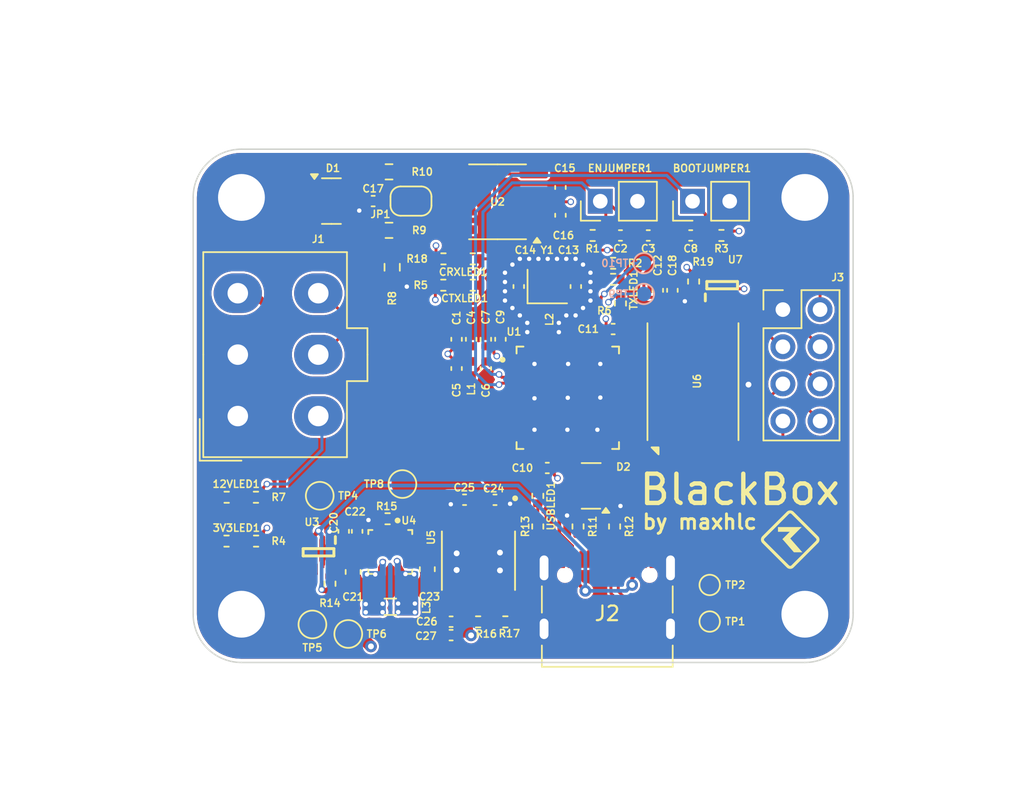
<source format=kicad_pcb>
(kicad_pcb (version 20240108) (generator "pcbnew") (generator_version "8.0")
  (layers (0 "F.Cu" signal) (1 "In1.Cu" signal) (2 "In2.Cu" signal) (31 "B.Cu" signal) (34 "B.Paste" user) (35 "F.Paste" user) (36 "B.SilkS" user "B.Silkscreen") (37 "F.SilkS" user "F.Silkscreen") (38 "B.Mask" user) (39 "F.Mask" user) (44 "Edge.Cuts" user))
  (net 0 "")
  (net 1 "GND")
  (net 2 "+3V3")
  (net 3 "VBUS")
  (net 4 "RBUS_uC_V")
  (net 5 "/Power/BBIN")
  (net 6 "/Power/BIAS")
  (net 7 "/Power/BBOUT")
  (net 8 "/Power/LX1")
  (net 9 "/Power/LX2")
  (net 10 "/Power/SEL")
  (net 11 "/Power/FBIn")
  (net 12 "Net-(U3-ST)")
  (net 18 "Net-(3V3LED1-A)")
  (net 19 "Net-(12VLED1-A)")
  (net 20 "/BOOT")
  (net 21 "/CHIP_PU")
  (net 22 "/NAND_3V3")
  (net 23 "Net-(U1-XTAL_N)")
  (net 24 "Net-(C14-Pad1)")
  (net 25 "Net-(JP1-B)")
  (net 26 "Net-(CRXLED1-A)")
  (net 27 "/CAN_RX")
  (net 28 "Net-(CTXLED1-A)")
  (net 29 "/CAN_TX")
  (net 30 "/CAN-")
  (net 31 "/CAN+")
  (net 32 "/Data+")
  (net 33 "/Data-")
  (net 35 "Net-(J2-CC2)")
  (net 37 "Net-(J2-CC1)")
  (net 38 "/CAN-BUS/Vref")
  (net 39 "Net-(TXLED1-A)")
  (net 40 "/TXD")
  (net 41 "+12V")
  (net 42 "Net-(U2-Rs)")
  (net 43 "Net-(USBLED1-A)")
  (net 44 "Net-(U7-ST)")
  (net 45 "/RXD")
  (net 50 "/NAND_SD1")
  (net 57 "/NAND_SD0")
  (net 66 "/NAND_SD3")
  (net 67 "/NAND_CLK")
  (net 69 "/NAND_SD2")
  (net 73 "/NAND_CMD")
  (net 74 "/HEADER_3V3")
  (net 76 "Net-(C6-Pad1)")
  (net 77 "Net-(U1-XTAL_P)")
  (net 78 "Net-(U1-U0TXD{slash}PROG{slash}GPIO43)")
  (footprint "Resistor_SMD:R_0402_1005Metric" (layer "F.Cu") (at 107.925 71.59 -90)
    (property "Reference" "R12")
    (property "Value" "5.1k")
  )
  (footprint "Capacitor_SMD:C_0402_1005Metric" (layer "F.Cu") (at 99.125 58.79 90)
    (property "Reference" "C7")
    (property "Value" "1uF")
  )
  (footprint "Resistor_SMD:R_0402_1005Metric" (layer "F.Cu") (at 107.825 54.69 180)
    (property "Reference" "TXLED1")
    (property "Value" "GREEN_LED")
  )
  (footprint "Resistor_SMD:R_0402_1005Metric" (layer "F.Cu") (at 100.459173 78.111882)
    (property "Reference" "R17")
    (property "Value" "10k")
  )
  (footprint "Capacitor_SMD:C_0402_1005Metric" (layer "F.Cu") (at 98.125 58.79 90)
    (property "Reference" "C4")
    (property "Value" "1uF")
  )
  (footprint "Inductor_SMD:L_0402_1005Metric" (layer "F.Cu") (at 98.125 60.79 -90)
    (property "Reference" "L1")
    (property "Value" "2.0nH")
  )
  (footprint "Resistor_SMD:R_0603_1608Metric" (layer "F.Cu") (at 92.51 51.34)
    (property "Reference" "R9")
    (property "Value" "60")
  )
  (footprint "Connector_PinHeader_2.54mm:PinHeader_1x02_P2.54mm_Vertical" (layer "F.Cu") (at 113.25 49.35 90)
    (property "Reference" "BOOTJUMPER1")
    (property "Value" "Conn_01x02_Male")
  )
  (footprint "Jumper:SolderJumper-2_P1.3mm_Open_RoundedPad1.0x1.5mm" (layer "F.Cu") (at 94.01 49.34 180)
    (property "Reference" "JP1")
    (property "Value" "TermJP")
  )
  (footprint "Resistor_SMD:R_0402_1005Metric" (layer "F.Cu") (at 102.675 69.5 -90)
    (property "Reference" "USBLED1")
    (property "Value" "WHITE_LED")
  )
  (footprint "Resistor_SMD:R_0402_1005Metric" (layer "F.Cu") (at 98.23 53.29 180)
    (property "Reference" "CRXLED1")
    (property "Value" "ORANGE_LED")
  )
  (footprint "iclr:QFN40P700X700X90-57N" (layer "F.Cu") (at 104.725 62.79)
    (property "Reference" "U1")
    (property "Value" "ESP32-S3")
  )
  (footprint "Resistor_SMD:R_0402_1005Metric" (layer "F.Cu") (at 98.23 55.09 180)
    (property "Reference" "CTXLED1")
    (property "Value" "GREEN_LED")
  )
  (footprint "Capacitor_SMD:C_0402_1005Metric" (layer "F.Cu") (at 99.125 60.79 -90)
    (property "Reference" "C6")
    (property "Value" "0.1uF")
  )
  (footprint "Package_TO_SOT_SMD:SOT-143" (layer "F.Cu") (at 106.325 68.815 180)
    (property "Reference" "D2")
    (property "Value" "SP0503BAHT")
  )
  (footprint "Capacitor_SMD:C_0402_1005Metric" (layer "F.Cu") (at 113.125 51.69 180)
    (property "Reference" "C8")
    (property "Value" "0.1uF")
  )
  (footprint "Resistor_SMD:R_0402_1005Metric" (layer "F.Cu") (at 96.22 55.09)
    (property "Reference" "R5")
    (property "Value" "1k")
  )
  (footprint "Capacitor_SMD:C_0402_1005Metric" (layer "F.Cu") (at 97.671888 69.761882 180)
    (property "Reference" "C25")
    (property "Value" "4.7uF")
  )
  (footprint "iclr:SOTFL50P160X60-8N" (layer "F.Cu") (at 87.691888 73.353882 -90)
    (property "Reference" "U3")
    (property "Value" "LM66200DRLR" (hide yes))
  )
  (footprint "MountingHole:MountingHole_3.2mm_M3_DIN965_Pad" (layer "F.Cu") (at 82.425 49.09)
    (property "Reference" "H1" (hide yes))
    (property "Value" "MountingHole_Pad")
  )
  (footprint "Inductor_SMD:L_0402_1005Metric" (layer "F.Cu") (at 102.725 57.4325 90)
    (property "Reference" "L2")
    (property "Value" "20nH")
  )
  (footprint "TestPoint:TestPoint_Pad_D1.5mm" (layer "F.Cu") (at 93.425 68.69)
    (property "Reference" "TP8")
    (property "Value" "TestPoint")
  )
  (footprint "Resistor_SMD:R_0402_1005Metric" (layer "F.Cu") (at 102.675 71.59 90)
    (property "Reference" "R13")
    (property "Value" "5.1k")
  )
  (footprint "Capacitor_SMD:C_0402_1005Metric" (layer "F.Cu") (at 96.751888 79.021882)
    (property "Reference" "C27")
    (property "Value" "0.1uF")
  )
  (footprint "iclr:rae_logo_4mm" (layer "F.Cu") (at 119.925 72.49)
    (property "Reference" "G***" (hide yes))
    (property "Value" "LOGO" (hide yes))
  )
  (footprint "Capacitor_SMD:C_0402_1005Metric" (layer "F.Cu") (at 100.125 58.79 90)
    (property "Reference" "C9")
    (property "Value" "10nF")
  )
  (footprint "Capacitor_SMD:C_0402_1005Metric" (layer "F.Cu") (at 97.125 58.79 90)
    (property "Reference" "C1")
    (property "Value" "10uF")
  )
  (footprint "Resistor_SMD:R_0402_1005Metric" (layer "F.Cu") (at 83.425 72.59)
    (property "Reference" "R4")
    (property "Value" "470")
  )
  (footprint "Connector_USB:USB_C_Receptacle_Palconn_UTC16-G" (layer "F.Cu") (at 107.425 76.35)
    (property "Reference" "J2")
    (property "Value" "USB_C_Receptacle_USB2.0")
  )
  (footprint "Package_SO:SOIC-8_3.9x4.9mm_P1.27mm" (layer "F.Cu") (at 99.925 49.39 180)
    (property "Reference" "U2")
    (property "Value" "SN65HVD230")
  )
  (footprint "Capacitor_SMD:C_0402_1005Metric" (layer "F.Cu") (at 111.875 55.44 90)
    (property "Reference" "C18")
    (property "Value" "0.1uF")
  )
  (footprint "iclr:SOTFL50P160X60-8N" (layer "F.Cu") (at 115.2745 55.09 90)
    (property "Reference" "U7")
    (property "Value" "LM66200DRLR" (hide yes))
  )
  (footprint "MountingHole:MountingHole_3.2mm_M3_DIN965_Pad" (layer "F.Cu") (at 120.925 49.09)
    (property "Reference" "H2" (hide yes))
    (property "Value" "MountingHole_Pad")
  )
  (footprint "Capacitor_SMD:C_0603_1608Metric" (layer "F.Cu") (at 95.126888 74.511882 -90)
    (property "Reference" "C23")
    (property "Value" "22uF")
  )
  (footprint "Connector_PinHeader_2.54mm:PinHeader_2x04_P2.54mm_Vertical" (layer "F.Cu") (at 119.425 56.76)
    (property "Reference" "J3")
    (property "Value" "Conn_02x04_Odd_Even")
  )
  (footprint "Resistor_SMD:R_0402_1005Metric" (layer "F.Cu") (at 88.471888 75.503882 90)
    (property "Reference" "R14")
    (property "Value" "10k")
  )
  (footprint "TestPoint:TestPoint_Pad_D1.0mm" (layer "F.Cu") (at 114.425 78.09)
    (property "Reference" "TP1")
    (property "Value" "TestPoint")
  )
  (footprint "Capacitor_SMD:C_0402_1005Metric" (layer "F.Cu") (at 104.225 48.41 90)
    (property "Reference" "C15")
    (property "Value" "100nF")
  )
  (footprint "TestPoint:TestPoint_Pad_D1.5mm" (layer "F.Cu") (at 89.725 78.94)
    (property "Reference" "TP6")
    (property "Value" "TestPoint")
  )
  (footprint "Capacitor_SMD:C_0402_1005Metric" (layer "F.Cu") (at 89.411888 71.921882 90)
    (property "Reference" "C20")
    (property "Value" "10uF")
  )
  (footprint "Resistor_SMD:R_0402_1005Metric" (layer "F.Cu") (at 115.225 51.69 180)
    (property "Reference" "R3")
    (property "Value" "10K")
  )
  (footprint "Capacitor_SMD:C_0402_1005Metric" (layer "F.Cu") (at 104.225 50.31 -90)
    (property "Reference" "C16")
    (property "Value" "10uF")
  )
  (footprint "Connector_PinHeader_2.54mm:PinHeader_1x02_P2.54mm_Vertical" (layer "F.Cu") (at 106.945 49.35 90)
    (property "Reference" "ENJUMPER1")
    (property "Value" "Conn_01x02_Male")
  )
  (footprint "Resistor_SMD:R_0402_1005Metric" (layer "F.Cu") (at 107.825 53.59 180)
    (property "Reference" "R2")
    (property "Value" "470")
  )
  (footprint "MountingHole:MountingHole_3.2mm_M3_DIN965_Pad" (layer "F.Cu") (at 82.425 77.59)
    (property "Reference" "H4" (hide yes))
    (property "Value" "MountingHole_Pad")
  )
  (footprint "Resistor_SMD:R_0402_1005Metric" (layer "F.Cu") (at 106.425 51.69)
    (property "Reference" "R1")
    (property "Value" "10K")
  )
  (footprint "Resistor_SMD:R_0402_1005Metric" (layer "F.Cu") (at 113.3245 54.84 90)
    (property "Reference" "R19")
    (property "Value" "10K")
  )
  (footprint "Capacitor_SMD:C_0402_1005Metric" (layer "F.Cu") (at 103.325 67.59 180)
    (property "Reference" "C10")
    (property "Value" "0.1uF")
  )
  (footprint "Resistor_SMD:R_0402_1005Metric" (layer "F.Cu") (at 105.425 71.59 90)
    (property "Reference" "R11")
    (property "Value" "5.1k")
  )
  (footprint "Resistor_SMD:R_0402_1005Metric" (layer "F.Cu") (at 98.599173 78.111882)
    (property "Reference" "R16")
    (property "Value" "56k")
  )
  (footprint "Resistor_SMD:R_0402_1005Metric" (layer "F.Cu") (at 108.325 56.34 -90)
    (property "Reference" "R6")
    (property "Value" "499R")
  )
  (footprint "Resistor_SMD:R_0402_1005Metric" (layer "F.Cu") (at 92.411888 71.061882 180)
    (property "Reference" "R15")
    (property "Value" "14k")
  )
  (footprint "Capacitor_SMD:C_0402_1005Metric" (layer "F.Cu") (at 105.275 55.1825 -90)
    (property "Reference" "C13")
    (property "Value" "11pF")
  )
  (footprint "MountingHole:MountingHole_3.2mm_M3_DIN965_Pad" (layer "F.Cu") (at 120.925 77.59)
    (property "Reference" "H3" (hide yes))
    (property "Value" "MountingHole_Pad")
  )
  (footprint "Package_TO_SOT_SMD:SOT-23" (layer "F.Cu") (at 88.5725 49.34)
    (property "Reference" "D1")
    (property "Value" "SM712_SOT23")
  )
  (footprint "Capacitor_SMD:C_0402_1005Metric" (layer "F.Cu") (at 99.751396 69.765696)
    (property "Reference" "C24")
    (property "Value" "10uF")
  )
  (footprint "Resistor_SMD:R_0603_1608Metric" (layer "F.Cu") (at 92.51 47.34 180)
    (property "Reference" "R10")
    (property "Value" "60")
  )
  (footprint "Resistor_SMD:R_0402_1005Metric" (layer "F.Cu") (at 96.23 53.29)
    (property "Reference" "R18")
    (property "Value" "1k")
  )
  (footprint "iclr:SOIC127P599X175-9N" (layer "F.Cu") (at 98.621396 73.930696 -90)
    (property "Reference" "U5")
    (property "Value" "SC4215ASTRT")
  )
  (footprint "Capacitor_SMD:C_0402_1005Metric" (layer "F.Cu") (at 108.325 51.69)
    (property "Reference" "C2")
    (property "Value" "1uF")
  )
  (footprint "Resistor_SMD:R_0402_1005Metric" (layer "F.Cu") (at 81.405 72.59)
    (property "Reference" "3V3LED1")
    (property "Value" "BLUE_LED")
  )
  (footprint "Package_LGA:LGA-8_8x6mm_P1.27mm" (layer "F.Cu") (at 113.28 61.69 90)
    (property "Reference" "U6")
    (property "Value" "XTSD08G")
  )
  (footprint "Capacitor_SMD:C_0402_1005Metric" (layer "F.Cu") (at 96.751888 78.101882)
    (property "Reference" "C26")
    (property "Value" "10uF")
  )
  (footprint "Capacitor_SMD:C_0402_1005Metric" (layer "F.Cu") (at 91.425 49.34 180)
    (property "Reference" "C17")
    (property "Value" "47nF")
  )
  (footprint "Capacitor_SMD:C_0402_1005Metric" (layer "F.Cu") (at 97.125 60.79 -90)
    (property "Reference" "C5")
    (property "Value" "0.1uF")
  )
  (footprint "Resistor_SMD:R_0402_1005Metric" (layer "F.Cu") (at 83.415 69.59 180)
    (property "Reference" "R7")
    (property "Value" "3k")
  )
  (footprint "Resistor_SMD:R_0603_1608Metric" (layer "F.Cu") (at 92.725 53.865 -90)
    (property "Reference" "R8")
    (property "Value" "0")
  )
  (footprint "iclr:CONV_MAX77827AEFD+T" (layer "F.Cu") (at 92.594814 73.331882 -90)
    (property "Reference" "U4")
    (property "Value" "MAX77827AEFD+T")
  )
  (footprint "TestPoint:TestPoint_Pad_D1.5mm" (layer "F.Cu") (at 87.775 69.49)
    (property "Reference" "TP4")
    (property "Value" "TestPoint")
  )
  (footprint "Capacitor_SMD:C_0402_1005Metric" (layer "F.Cu") (at 110.225 51.69)
    (property "Reference" "C3")
    (property "Value" "0.1uF")
  )
  (footprint "Capacitor_SMD:C_0402_1005Metric" (layer "F.Cu") (at 107.825 58.09)
    (property "Reference" "C11")
    (property "Value" "0.1uF")
  )
  (footprint "TestPoint:TestPoint_Pad_D1.5mm" (layer "F.Cu") (at 87.275 78.29)
    (property "Reference" "TP5")
    (property "Value" "TestPoint")
  )
  (footprint "Capacitor_SMD:C_0603_1608Metric" (layer "F.Cu") (at 90.056265 74.699738 -90)
    (property "Reference" "C21")
    (property "Value" "10uF")
  )
  (footprint "TestPoint:TestPoint_Pad_D1.0mm" (layer "F.Cu") (at 114.425 75.59)
    (property "Reference" "TP2")
    (property "Value" "TestPoint")
  )
  (footprint "Capacitor_SMD:C_0402_1005Metric" (layer "F.Cu") (at 90.331888 71.921882 90)
    (property "Reference" "C22")
    (property "Value" "1uF")
  )
  (footprint "Inductor_SMD:L_0805_2012Metric" (layer "F.Cu") (at 92.599454 77.079843)
    (property "Reference" "L3")
    (property "Value" "1uH")
  )
  (footprint "Connector_Molex:Molex_Mini-Fit_Jr_5566-06A_2x03_P4.20mm_Vertical" (layer "F.Cu") (at 82.175 64.04 90)
    (property "Reference" "J1")
    (property "Value" "RBUS")
  )
  (footprint "Resistor_SMD:R_0402_1005Metric" (layer "F.Cu") (at 81.415 69.59)
    (property "Reference" "12VLED1")
    (property "Value" "RED_LED")
  )
  (footprint "Crystal:Crystal_SMD_2016-4Pin_2.0x1.6mm" (layer "F.Cu") (at 103.325 55.1825)
    (property "Reference" "Y1")
    (property "Value" "R940000171")
  )
  (footprint "Capacitor_SMD:C_0402_1005Metric" (layer "F.Cu") (at 101.375 55.1825 90)
    (property "Reference" "C14")
    (property "Value" "11pF")
  )
  (footprint "Capacitor_SMD:C_0402_1005Metric" (layer "F.Cu") (at 110.875 55.44 90)
    (property "Reference" "C12")
    (property "Value" "10uF")
  )
  (footprint "TestPoint:TestPoint_Pad_D1.0mm" (layer "B.Cu") (at 109.925 53.59 180)
    (property "Reference" "TP10")
    (property "Value" "TestPoint")
  )
  (footprint "TestPoint:TestPoint_Pad_D1.0mm" (layer "B.Cu") (at 109.925 55.69 180)
    (property "Reference" "TP9")
    (property "Value" "TestPoint")
  )
  (gr_arc (start 79.125 49.09) (mid 80.091548 46.756548) (end 82.425 45.79) (stroke (width 0.1)) (layer "Edge.Cuts"))
  (gr_arc (start 82.425 80.89) (mid 80.091548 79.923452) (end 79.125 77.59) (stroke (width 0.1)) (layer "Edge.Cuts"))
  (gr_arc (start 120.925 45.79) (mid 123.222842 46.721472) (end 124.223486 48.990046) (stroke (width 0.1)) (layer "Edge.Cuts"))
  (gr_arc (start 124.223486 77.490046) (mid 123.293528 79.887842) (end 120.925 80.89) (stroke (width 0.1)) (layer "Edge.Cuts"))
  (gr_line (start 124.223486 77.490046) (end 124.223486 48.990046) (stroke (width 0.1)) (layer "Edge.Cuts"))
  (gr_line (start 79.125 49.09) (end 79.125 77.59) (stroke (width 0.1)) (layer "Edge.Cuts"))
  (gr_line (start 82.425 80.89) (end 120.925 80.89) (stroke (width 0.1)) (layer "Edge.Cuts"))
  (gr_line (start 120.925 45.79) (end 82.425 45.79) (stroke (width 0.1)) (layer "Edge.Cuts"))
  (gr_text "BlackBox" (at 109.475 70.24 0) (layer "F.SilkS") (effects (font (size 2 2) (thickness 0.3)) (justify left bottom)))
  (gr_text "by maxhlc" (at 109.725 70.69 0) (layer "F.SilkS") (effects (font (size 1 1) (thickness 0.2) (bold yes)) (justify left top)))
  (segment (start 95.122888 75.752882) (end 95.126888 75.748882) (width 0.8) (layer "F.Cu") (net 1))
  (segment (start 100.231396 69.765696) (end 100.509047 69.765696) (width 0.2) (layer "F.Cu") (net 1))
  (segment (start 92.592593 74.431272) (end 92.592593 75.563047) (width 0.36) (layer "F.Cu") (net 1))
  (segment (start 97.041888 69.761882) (end 96.731888 70.071882) (width 0.2) (layer "F.Cu") (net 1))
  (segment (start 109.965 49.83) (end 109.485 49.35) (width 0.2) (layer "F.Cu") (net 1))
  (segment (start 106.949 60.476) (end 107.049 60.476) (width 0.2) (layer "F.Cu") (net 1))
  (segment (start 90.004425 75.752882) (end 95.122888 75.752882) (width 0.8) (layer "F.Cu") (net 1))
  (segment (start 100.509047 69.765696) (end 100.783351 70.04) (width 0.2) (layer "F.Cu") (net 1))
  (segment (start 92.594814 75.563657) (end 92.586589 75.571882) (width 0.25) (layer "F.Cu") (net 1))
  (segment (start 95.126888 75.748882) (end 95.126888 75.286882) (width 0.8) (layer "F.Cu") (net 1))
  (segment (start 88.441888 72.515882) (end 88.441888 71.936882) (width 0.25) (layer "F.Cu") (net 1))
  (segment (start 97.191888 69.761882) (end 97.041888 69.761882) (width 0.2) (layer "F.Cu") (net 1))
  (via (at 91.103888 71.150882) (size 0.6) (drill 0.3) (layers "F.Cu" "B.Cu") (net 1))
  (via (at 106.949 62.776) (size 0.45) (drill 0.3) (layers "F.Cu" "B.Cu") (net 1))
  (via (at 104.116 58.3015) (size 0.45) (drill 0.3) (layers "F.Cu" "B.Cu") (net 1))
  (via (at 96.731888 70.071882) (size 0.45) (drill 0.3) (layers "F.Cu" "B.Cu") (net 1))
  (via (at 97.131396 74.565696) (size 0.8) (drill 0.4) (layers "F.Cu" "B.Cu") (net 1))
  (via (at 100.941 53.6825) (size 0.45) (drill 0.3) (layers "F.Cu" "B.Cu") (net 1))
  (via (at 100.783351 70.04) (size 0.45) (drill 0.3) (layers "F.Cu" "B.Cu") (net 1))
  (via (at 106.275 56.1425) (size 0.45) (drill 0.3) (layers "F.Cu" "B.Cu") (net 1))
  (via (at 103.354 53.29) (size 0.45) (drill 0.3) (layers "F.Cu" "B.Cu") (net 1))
  (via (at 102.084 53.29) (size 0.45) (drill 0.3) (layers "F.Cu" "B.Cu") (net 1))
  (via (at 102.449 60.476) (size 0.45) (drill 0.3) (layers "F.Cu" "B.Cu") (net 1))
  (via (at 105.767 56.6505) (size 0.45) (drill 0.3) (layers "F.Cu" "B.Cu") (net 1))
  (via (at 100.091396 74.595696) (size 0.8) (drill 0.4) (layers "F.Cu" "B.Cu") (net 1))
  (via (at 105.259 53.29) (size 0.45) (drill 0.3) (layers "F.Cu" "B.Cu") (net 1))
  (via (at 104.749 60.476) (size 0.45) (drill 0.3) (layers "F.Cu" "B.Cu") (net 1))
  (via (at 101.957 58.3015) (size 0.45) (drill 0.3) (layers "F.Cu" "B.Cu") (net 1))
  (via (at 106.949 60.476) (size 0.45) (drill 0.3) (layers "F.Cu" "B.Cu") (net 1))
  (via (at 90.475 49.99) (size 0.45) (drill 0.3) (layers "F.Cu" "B.Cu") (net 1))
  (via (at 101.449 57.1585) (size 0.45) (drill 0.3) (layers "F.Cu" "B.Cu") (net 1))
  (via (at 104.675 70.84) (size 0.45) (drill 0.3) (layers "F.Cu" "B.Cu") (net 1))
  (via (at 102.719 53.29) (size 0.45) (drill 0.3) (layers "F.Cu" "B.Cu") (net 1))
  (via (at 104.624 53.29) (size 0.45) (drill 0.3) (layers "F.Cu" "B.Cu") (net 1))
  (via (at 105.767 53.6825) (size 0.45) (drill 0.3) (layers "F.Cu" "B.Cu") (net 1))
  (via (at 100.091396 73.375696) (size 0.8) (drill 0.4) (layers "F.Cu" "B.Cu") (net 1))
  (via (at 102.449 62.826) (size 0.45) (drill 0.3) (layers "F.Cu" "B.Cu") (net 1))
  (via (at 100.941 56.6505) (size 0.45) (drill 0.3) (layers "F.Cu" "B.Cu") (net 1))
  (via (at 105.259 57.1585) (size 0.45) (drill 0.3) (layers "F.Cu" "B.Cu") (net 1))
  (via (at 100.433 55.5075) (size 0.45) (drill 0.3) (layers "F.Cu" "B.Cu") (net 1))
  (via (at 106.275 54.2375) (size 0.45) (drill 0.3) (layers "F.Cu" "B.Cu") (net 1))
  (via (at 100.433 54.2375) (size 0.45) (drill 0.3) (layers "F.Cu" "B.Cu") (net 1))
  (via (at 102.449 64.976) (size 0.45) (drill 0.3) (layers "F.Cu" "B.Cu") (net 1))
  (via (at 97.131396 74.565696) (size 0.8) (drill 0.4) (layers "F.Cu" "B.Cu") (net 1))
  (via (at 104.116 57.6665) (size 0.45) (drill 0.3) (layers "F.Cu" "B.Cu") (net 1))
  (via (at 106.275 54.8725) (size 0.45) (drill 0.3) (layers "F.Cu" "B.Cu") (net 1))
  (via (at 100.433 56.1425) (size 0.45) (drill 0.3) (layers "F.Cu" "B.Cu") (net 1))
  (via (at 117.075 61.89) (size 0.8) (drill 0.4) (layers "F.Cu" "B.Cu") (net 1))
  (via (at 100.433 54.8725) (size 0.45) (drill 0.3) (layers "F.Cu" "B.Cu") (net 1))
  (via (at 106.275 55.5075) (size 0.45) (drill 0.3) (layers "F.Cu" "B.Cu") (net 1))
  (via (at 88.441888 71.936882) (size 0.45) (drill 0.3) (layers "F.Cu" "B.Cu") (net 1))
  (via (at 108.325 70.19) (size 0.45) (drill 0.3) (layers "F.Cu" "B.Cu") (net 1))
  (via (at 93.725 55.19) (size 0.45) (drill 0.3) (layers "F.Cu" "B.Cu") (net 1))
  (via (at 101.449 53.29) (size 0.45) (drill 0.3) (layers "F.Cu" "B.Cu") (net 1))
  (via (at 104.699 64.976) (size 0.45) (drill 0.3) (layers "F.Cu" "B.Cu") (net 1))
  (via (at 97.131396 73.425696) (size 0.8) (drill 0.4) (layers "F.Cu" "B.Cu") (net 1))
  (via (at 106.749 64.976) (size 0.45) (drill 0.3) (layers "F.Cu" "B.Cu") (net 1))
  (via (at 104.725 62.79) (size 0.45) (drill 0.3) (layers "F.Cu" "B.Cu") (net 1))
  (via (at 112.725 56.19) (size 0.45) (drill 0.3) (layers "F.Cu" "B.Cu") (net 1))
  (via (at 104.624 57.1585) (size 0.45) (drill 0.3) (layers "F.Cu" "B.Cu") (net 1))
  (via (at 101.957 57.6665) (size 0.45) (drill 0.3) (layers "F.Cu" "B.Cu") (net 1))
  (via (at 103.989 53.29) (size 0.45) (drill 0.3) (layers "F.Cu" "B.Cu") (net 1))
  (segment (start 106.425 58.09) (end 106.125 58.39) (width 0.2) (layer "F.Cu") (net 2))
  (segment (start 107.345 57.41) (end 107.325 57.39) (width 0.2) (layer "F.Cu") (net 2))
  (segment (start 102.05 59.27) (end 100.125 59.27) (width 0.2) (layer "F.Cu") (net 2))
  (segment (start 95.72 52.385) (end 95.72 53.29) (width 0.2) (layer "F.Cu") (net 2))
  (segment (start 116.035 51.39) (end 115.735 51.69) (width 0.2) (layer "F.Cu") (net 2))
  (segment (start 108.075 52.69) (end 108.335 52.95) (width 0.2) (layer "F.Cu") (net 2))
  (segment (start 104.225 49.83) (end 104.225 49.39) (width 0.2) (layer "F.Cu") (net 2))
  (segment (start 116.425 51.39) (end 116.035 51.39) (width 0.2) (layer "F.Cu") (net 2))
  (segment (start 103.035 49.39) (end 102.4 48.755) (width 0.2) (layer "F.Cu") (net 2))
  (segment (start 103.805 68.07) (end 103.805 67.54) (width 0.2) (layer "F.Cu") (net 2))
  (segment (start 107.345 58.09) (end 107.345 57.41) (width 0.2) (layer "F.Cu") (net 2))
  (segment (start 107.345 58.09) (end 106.425 58.09) (width 0.2) (layer "F.Cu") (net 2))
  (segment (start 103.805 67.59) (end 104.125 67.27) (width 0.2) (layer "F.Cu") (net 2))
  (segment (start 106.125 58.39) (end 106.125 59.345) (width 0.2) (layer "F.Cu") (net 2))
  (segment (start 97.125 60.31) (end 98.12 60.31) (width 0.2) (layer "F.Cu") (net 2))
  (segment (start 115.675 55.34) (end 116.7745 55.34) (width 0.2) (layer "F.Cu") (net 2))
  (segment (start 104.125 67.27) (end 104.125 66.235) (width 0.2) (layer "F.Cu") (net 2))
  (segment (start 99.875 59.94) (end 99.675 59.74) (width 0.2) (layer "F.Cu") (net 2))
  (segment (start 106.915 52.69) (end 107.425 52.69) (width 0.2) (layer "F.Cu") (net 2))
  (segment (start 99.125 59.27) (end 99.675 59.27) (width 0.2) (layer "F.Cu") (net 2))
  (segment (start 90.425 78.94) (end 91.275 79.79) (width 0.8) (layer "F.Cu") (net 2))
  (segment (start 95.675 56.09) (end 95.675 55.125) (width 0.2) (layer "F.Cu") (net 2))
  (segment (start 95.675 55.125) (end 95.71 55.09) (width 0.2) (layer "F.Cu") (net 2))
  (segment (start 98.125 59.27) (end 97.125 59.27) (width 0.2) (layer "F.Cu") (net 2))
  (segment (start 104.025 68.29) (end 103.805 68.07) (width 0.2) (layer "F.Cu") (net 2))
  (segment (start 89.725 78.94) (end 90.425 78.94) (width 0.8) (layer "F.Cu") (net 2))
  (segment (start 102.525 59.345) (end 102.125 59.345) (width 0.2) (layer "F.Cu") (net 2))
  (segment (start 99.675 59.27) (end 100.125 59.27) (width 0.2) (layer "F.Cu") (net 2))
  (segment (start 97.125 60.31) (end 97.045 60.31) (width 0.2) (layer "F.Cu") (net 2))
  (segment (start 84.165 71.69) (end 83.935 71.92) (width 0.2) (layer "F.Cu") (net 2))
  (segment (start 98.12 60.31) (end 98.125 60.305) (width 0.2) (layer "F.Cu") (net 2))
  (segment (start 107.425 52.69) (end 108.075 52.69) (width 0.2) (layer "F.Cu") (net 2))
  (segment (start 105.915 51.69) (end 106.915 52.69) (width 0.2) (layer "F.Cu") (net 2))
  (segment (start 115.5245 55.4905) (end 115.675 55.34) (width 0.2) (layer "F.Cu") (net 2))
  (segment (start 83.935 71.92) (end 83.935 72.59) (width 0.2) (layer "F.Cu") (net 2))
  (segment (start 102.125 59.345) (end 102.05 59.27) (width 0.2) (layer "F.Cu") (net 2))
  (segment (start 104.225 49.39) (end 104.225 48.89) (width 0.2) (layer "F.Cu") (net 2))
  (segment (start 104.925 49.39) (end 104.225 49.39) (width 0.2) (layer "F.Cu") (net 2))
  (segment (start 108.435 53.73) (end 108.435 53.84) (width 0.2) (layer "F.Cu") (net 2))
  (segment (start 97.045 60.31) (end 96.525 59.79) (width 0.2) (layer "F.Cu") (net 2))
  (segment (start 99.675 59.74) (end 99.675 59.27) (width 0.2) (layer "F.Cu") (net 2))
  (segment (start 97.125 59.27) (end 97.045 59.27) (width 0.2) (layer "F.Cu") (net 2))
  (segment (start 97.986396 76.400696) (end 97.986396 78.009105) (width 0.9) (layer "F.Cu") (net 2))
  (segment (start 97.045 59.27) (end 96.525 59.79) (width 0.2) (layer "F.Cu") (net 2))
  (segment (start 104.225 49.39) (end 103.035 49.39) (width 0.2) (layer "F.Cu") (net 2))
  (segment (start 112.8545 53.86) (end 113.3245 54.33) (width 0.2) (layer "F.Cu") (net 2))
  (segment (start 95.71 55.09) (end 95.71 55.305) (width 0.2) (layer "F.Cu") (net 2))
  (segment (start 115.5245 55.928) (end 115.5245 55.4905) (width 0.2) (layer "F.Cu") (net 2))
  (segment (start 108.335 52.95) (end 108.335 53.59) (width 0.2) (layer "F.Cu") (net 2))
  (via (at 95.72 52.385) (size 0.45) (drill 0.3) (layers "F.Cu" "B.Cu") (net 2))
  (via (at 104.025 68.29) (size 0.45) (drill 0.3) (layers "F.Cu" "B.Cu") (net 2))
  (via (at 116.7745 55.34) (size 0.45) (drill 0.3) (layers "F.Cu" "B.Cu") (net 2))
  (via (at 91.275 79.79) (size 0.8) (drill 0.4) (layers "F.Cu" "B.Cu") (net 2))
  (via (at 112.8545 53.86) (size 0.45) (drill 0.3) (layers "F.Cu" "B.Cu") (net 2))
  (via (at 107.325 57.39) (size 0.45) (drill 0.3) (layers "F.Cu" "B.Cu") (net 2))
  (via (at 96.525 59.79) (size 0.45) (drill 0.3) (layers "F.Cu" "B.Cu") (net 2))
  (via (at 104.925 49.39) (size 0.45) (drill 0.3) (layers "F.Cu" "B.Cu") (net 2))
  (via (at 98.116888 79.036882) (size 0.8) (drill 0.4) (layers "F.Cu" "B.Cu") (net 2))
  (via (at 116.425 51.39) (size 0.45) (drill 0.3) (layers "F.Cu" "B.Cu") (net 2))
  (via (at 95.675 56.09) (size 0.45) (drill 0.3) (layers "F.Cu" "B.Cu") (net 2))
  (via (at 99.875 59.94) (size 0.45) (drill 0.3) (layers "F.Cu" "B.Cu") (net 2))
  (via (at 84.165 71.69) (size 0.45) (drill 0.3) (layers "F.Cu" "B.Cu") (net 2))
  (via (at 107.425 52.69) (size 0.45) (drill 0.3) (layers "F.Cu" "B.Cu") (net 2))
  (segment (start 104.75 69.765) (end 105.325 69.765) (width 0.25) (layer "F.Cu") (net 3))
  (segment (start 104.146 70.369) (end 104.75 69.765) (width 0.25) (layer "F.Cu") (net 3))
  (segment (start 109.825 73.84) (end 109.661 74.004) (width 0.2) (layer "F.Cu") (net 3))
  (segment (start 105.25 75.315) (end 105.25 74.065) (width 0.25) (layer "F.Cu") (net 3))
  (segment (start 104.146 72.061) (end 104.146 70.369) (width 0.25) (layer "F.Cu") (net 3))
  (segment (start 109.125 75.59) (end 109.125 75.129749) (width 0.25) (layer "F.Cu") (net 3))
  (segment (start 88.471888 76.013882) (end 88.529888 76.013882) (width 0.25) (layer "F.Cu") (net 3))
  (segment (start 105.025 72.94) (end 104.146 72.061) (width 0.25) (layer "F.Cu") (net 3))
  (segment (start 104.107 72.1) (end 104.146 72.061) (width 0.2) (layer "F.Cu") (net 3))
  (segment (start 88.471888 76.013882) (end 88.018888 76.013882) (width 0.25) (layer "F.Cu") (net 3))
  (segment (start 105.925 75.99) (end 105.25 75.315) (width 0.25) (layer "F.Cu") (net 3))
  (segment (start 109.125 75.129749) (end 109.825 74.429749) (width 0.25) (layer "F.Cu") (net 3))
  (segment (start 102.675 72.1) (end 104.107 72.1) (width 0.2) (layer "F.Cu") (net 3))
  (segment (start 105.025 73.84) (end 105.025 72.94) (width 0.25) (layer "F.Cu") (net 3))
  (segment (start 109.825 74.429749) (end 109.825 73.84) (width 0.25) (layer "F.Cu") (net 3))
  (segment (start 87.441888 72.128799) (end 87.441888 72.362613) (width 0.25) (layer "F.Cu") (net 3))
  (segment (start 88.018888 76.013882) (end 87.906888 75.901882) (width 0.25) (layer "F.Cu") (net 3))
  (segment (start 105.25 74.065) (end 105.025 73.84) (width 0.25) (layer "F.Cu") (net 3))
  (segment (start 87.441888 72.128799) (end 87.683972 71.886715) (width 0.25) (layer "F.Cu") (net 3))
  (via (at 87.683972 71.886715) (size 0.45) (drill 0.3) (layers "F.Cu" "B.Cu") (net 3))
  (via (at 87.906888 75.901882) (size 0.45) (drill 0.3) (layers "F.Cu" "B.Cu") (net 3))
  (via (at 105.925 75.99) (size 0.8) (drill 0.4) (layers "F.Cu" "B.Cu") (net 3))
  (via (at 109.125 75.59) (size 0.8) (drill 0.4) (layers "F.Cu" "B.Cu") (net 3))
  (segment (start 101.325 68.79) (end 105.925 73.39) (width 0.25) (layer "B.Cu") (net 3))
  (segment (start 105.925 75.99) (end 108.725 75.99) (width 0.25) (layer "B.Cu") (net 3))
  (segment (start 105.925 73.39) (end 105.925 75.99) (width 0.25) (layer "B.Cu") (net 3))
  (segment (start 90.780687 68.79) (end 101.325 68.79) (width 0.25) (layer "B.Cu") (net 3))
  (segment (start 108.725 75.99) (end 109.125 75.59) (width 0.25) (layer "B.Cu") (net 3))
  (segment (start 87.901888 75.896882) (end 87.901888 72.104631) (width 0.25) (layer "B.Cu") (net 3))
  (segment (start 87.683972 71.886715) (end 90.780687 68.79) (width 0.25) (layer "B.Cu") (net 3))
  (segment (start 87.901888 72.104631) (end 87.683972 71.886715) (width 0.25) (layer "B.Cu") (net 3))
  (segment (start 87.906888 75.901882) (end 87.901888 75.896882) (width 0.25) (layer "B.Cu") (net 3))
  (segment (start 105.925 76.019) (end 105.925 75.99) (width 0.25) (layer "B.Cu") (net 3))
  (segment (start 86.495778 75.769222) (end 86.502048 75.769222) (width 0.4) (layer "F.Cu") (net 4))
  (segment (start 86.495778 75.769222) (end 85.225 74.498444) (width 0.5) (layer "F.Cu") (net 4))
  (segment (start 87.441888 74.829382) (end 87.441888 74.191882) (width 0.4) (layer "F.Cu") (net 4))
  (segment (start 87.275 76.548444) (end 87.275 77.94) (width 0.5) (layer "F.Cu") (net 4))
  (segment (start 85.225 74.498444) (end 85.225 57.59) (width 0.5) (layer "F.Cu") (net 4))
  (segment (start 83.275 55.64) (end 82.175 55.64) (width 0.5) (layer "F.Cu") (net 4))
  (segment (start 86.495778 75.769222) (end 87.275 76.548444) (width 0.5) (layer "F.Cu") (net 4))
  (segment (start 86.502048 75.769222) (end 87.441888 74.829382) (width 0.4) (layer "F.Cu") (net 4))
  (segment (start 85.225 57.59) (end 83.275 55.64) (width 0.5) (layer "F.Cu") (net 4))
  (segment (start 92.094814 72.031882) (end 92.094814 73.099255) (width 0.2) (layer "F.Cu") (net 5))
  (segment (start 87.65527 73.39) (end 87.941888 73.103382) (width 0.4) (layer "F.Cu") (net 5))
  (segment (start 87.775 69.49) (end 86.441888 70.823112) (width 0.4) (layer "F.Cu") (net 5))
  (segment (start 87.941888 73.103382) (end 87.941888 72.515882) (width 0.4) (layer "F.Cu") (net 5))
  (segment (start 87.941888 72.515882) (end 87.941888 73.39) (width 0.25) (layer "F.Cu") (net 5))
  (segment (start 91.981888 73.371882) (end 91.93402 73.41975) (width 0.2) (layer "F.Cu") (net 5))
  (segment (start 87.941888 73.604382) (end 87.941888 73.914065) (width 0.4) (layer "F.Cu") (net 5))
  (segment (start 87.727506 73.39) (end 87.941888 73.604382) (width 0.4) (layer "F.Cu") (net 5))
  (segment (start 86.441888 70.823112) (end 86.441888 73.103382) (width 0.4) (layer "F.Cu") (net 5))
  (segment (start 87.941888 73.39) (end 87.941888 74.191882) (width 0.25) (layer "F.Cu") (net 5))
  (segment (start 86.728506 73.39) (end 87.727506 73.39) (width 0.4) (layer "F.Cu") (net 5))
  (segment (start 86.728506 73.39) (end 87.65527 73.39) (width 0.4) (layer "F.Cu") (net 5))
  (segment (start 86.441888 73.103382) (end 86.728506 73.39) (width 0.4) (layer "F.Cu") (net 5))
  (arc (start 91.93402 73.41975) (mid 91.699051 73.576751) (end 91.421888 73.631882) (width 0.2) (layer "F.Cu") (net 5))
  (arc (start 92.094814 73.099255) (mid 92.065465 73.2468) (end 91.981888 73.371882) (width 0.2) (layer "F.Cu") (net 5))
  (segment (start 90.331888 72.401882) (end 90.331888 72.495646) (width 0.25) (layer "F.Cu") (net 6))
  (segment (start 90.31377 72.513764) (end 90.890006 73.09) (width 0.31) (layer "F.Cu") (net 6))
  (segment (start 90.890006 73.09) (end 91.376696 73.09) (width 0.31) (layer "F.Cu") (net 6))
  (segment (start 90.331888 72.495646) (end 90.31377 72.513764) (width 0.25) (layer "F.Cu") (net 6))
  (segment (start 96.603284 68.486882) (end 97.485538 68.486882) (width 1.1) (layer "F.Cu") (net 7))
  (segment (start 95.126888 73.736882) (end 95.126888 69.878425) (width 1.1) (layer "F.Cu") (net 7))
  (segment (start 93.425 68.69) (end 95.270006 68.69) (width 0.8) (layer "F.Cu") (net 7))
  (segment (start 98.616888 69.618232) (end 98.616888 71.911882) (width 1.1) (layer "F.Cu") (net 7))
  (segment (start 95.270006 68.69) (end 95.516888 68.936882) (width 0.8) (layer "F.Cu") (net 7))
  (segment (start 99.256396 71.460696) (end 97.986396 71.460696) (width 0.25) (layer "F.Cu") (net 7))
  (arc (start 97.485538 68.486882) (mid 98.285523 68.818247) (end 98.616888 69.618232) (width 1.1) (layer "F.Cu") (net 7))
  (arc (start 95.126888 69.878425) (mid 95.228246 69.368866) (end 95.516888 68.936882) (width 1.1) (layer "F.Cu") (net 7))
  (arc (start 95.516888 68.936882) (mid 96.01533 68.603833) (end 96.603284 68.486882) (width 1.1) (layer "F.Cu") (net 7))
  (via (at 91.000383 74.864686) (size 0.45) (drill 0.3) (layers "F.Cu" "B.Cu") (net 8))
  (via (at 92.071478 76.877126) (size 0.45) (drill 0.3) (layers "F.Cu" "B.Cu") (net 8))
  (via (at 91.566565 74.86762) (size 0.45) (drill 0.3) (layers "F.Cu" "B.Cu") (net 8))
  (via (at 90.917849 76.898618) (size 0.45) (drill 0.3) (layers "F.Cu" "B.Cu") (net 8))
  (via (at 92.070131 77.452379) (size 0.45) (drill 0.3) (layers "F.Cu" "B.Cu") (net 8))
  (via (at 92.078702 74.02716) (size 0.45) (drill 0.3) (layers "F.Cu" "B.Cu") (net 8))
  (via (at 90.918438 77.45484) (size 0.45) (drill 0.3) (layers "F.Cu" "B.Cu") (net 8))
  (via (at 93.133579 77.445802) (size 0.45) (drill 0.3) (layers "F.Cu" "B.Cu") (net 9))
  (via (at 93.056888 73.961882) (size 0.45) (drill 0.3) (layers "F.Cu" "B.Cu") (net 9))
  (via (at 93.631888 74.841882) (size 0.45) (drill 0.3) (layers "F.Cu" "B.Cu") (net 9))
  (via (at 94.277065 77.45486) (size 0.45) (drill 0.3) (layers "F.Cu" "B.Cu") (net 9))
  (via (at 94.277065 76.861882) (size 0.45) (drill 0.3) (layers "F.Cu" "B.Cu") (net 9))
  (via (at 93.130675 76.861882) (size 0.45) (drill 0.3) (layers "F.Cu" "B.Cu") (net 9))
  (via (at 94.226145 74.860362) (size 0.45) (drill 0.3) (layers "F.Cu" "B.Cu") (net 9))
  (segment (start 93.094814 72.031882) (end 93.094814 71.479362) (width 0.2) (layer "F.Cu") (net 10))
  (arc (start 93.094814 71.479362) (mid 93.049872 71.253423) (end 92.921888 71.061882) (width 0.2) (layer "F.Cu") (net 10))
  (segment (start 99.109173 78.111882) (end 99.949173 78.111882) (width 0.5) (layer "F.Cu") (net 11))
  (segment (start 99.256396 77.964659) (end 99.109173 78.111882) (width 0.25) (layer "F.Cu") (net 11))
  (segment (start 99.256396 76.400696) (end 99.256396 77.964659) (width 0.5) (layer "F.Cu") (net 11))
  (segment (start 88.441888 74.191882) (end 88.441888 74.963882) (width 0.25) (layer "F.Cu") (net 12))
  (segment (start 88.441888 74.963882) (end 88.471888 74.993882) (width 0.25) (layer "F.Cu") (net 12))
  (segment (start 81.915 72.59) (end 82.915 72.59) (width 0.2) (layer "F.Cu") (net 18))
  (segment (start 81.925 69.59) (end 82.905 69.59) (width 0.2) (layer "F.Cu") (net 19))
  (segment (start 114.125 51.69) (end 114.715 51.69) (width 0.2) (layer "F.Cu") (net 20))
  (segment (start 114.125 51.69) (end 114.125 50.225) (width 0.2) (layer "F.Cu") (net 20))
  (segment (start 100.125 61.79) (end 100.025 61.89) (width 0.2) (layer "F.Cu") (net 20))
  (segment (start 101.28 61.79) (end 100.125 61.79) (width 0.2) (layer "F.Cu") (net 20))
  (segment (start 114.125 50.225) (end 113.25 49.35) (width 0.2) (layer "F.Cu") (net 20))
  (segment (start 113.605 51.69) (end 114.125 51.69) (width 0.2) (layer "F.Cu") (net 20))
  (via (at 100.025 61.89) (size 0.45) (drill 0.3) (layers "F.Cu" "B.Cu") (net 20))
  (segment (start 99.225 61.89) (end 100.025 61.89) (width 0.2) (layer "B.Cu") (net 20))
  (segment (start 98.425 61.09) (end 99.225 61.89) (width 0.2) (layer "B.Cu") (net 20))
  (segment (start 98.425 50.09) (end 98.425 61.09) (width 0.2) (layer "B.Cu") (net 20))
  (segment (start 100.925 47.59) (end 98.425 50.09) (width 0.2) (layer "B.Cu") (net 20))
  (segment (start 111.49 47.59) (end 100.925 47.59) (width 0.2) (layer "B.Cu") (net 20))
  (segment (start 113.25 49.35) (end 111.49 47.59) (width 0.2) (layer "B.Cu") (net 20))
  (segment (start 107.325 51.69) (end 107.845 51.69) (width 0.2) (layer "F.Cu") (net 21))
  (segment (start 109.745 51.69) (end 107.405 49.35) (width 0.2) (layer "F.Cu") (net 21))
  (segment (start 101.28 61.39) (end 100.225 61.39) (width 0.2) (layer "F.Cu") (net 21))
  (segment (start 107.325 49.73) (end 106.945 49.35) (width 0.2) (layer "F.Cu") (net 21))
  (segment (start 106.905 49.39) (end 106.945 49.35) (width 0.2) (layer "F.Cu") (net 21))
  (segment (start 107.325 51.69) (end 107.325 49.73) (width 0.2) (layer "F.Cu") (net 21))
  (segment (start 100.225 61.39) (end 100.025 61.19) (width 0.2) (layer "F.Cu") (net 21))
  (segment (start 106.935 51.69) (end 107.325 51.69) (width 0.2) (layer "F.Cu") (net 21))
  (segment (start 107.405 49.35) (end 106.945 49.35) (width 0.2) (layer "F.Cu") (net 21))
  (via (at 100.025 61.19) (size 0.45) (drill 0.3) (layers "F.Cu" "B.Cu") (net 21))
  (segment (start 105.685 48.09) (end 106.945 49.35) (width 0.2) (layer "B.Cu") (net 21))
  (segment (start 98.925 50.09) (end 100.925 48.09) (width 0.2) (layer "B.Cu") (net 21))
  (segment (start 99.525 61.19) (end 98.925 60.59) (width 0.2) (layer "B.Cu") (net 21))
  (segment (start 100.025 61.19) (end 99.525 61.19) (width 0.2) (layer "B.Cu") (net 21))
  (segment (start 100.925 48.09) (end 105.685 48.09) (width 0.2) (layer "B.Cu") (net 21))
  (segment (start 98.925 60.59) (end 98.925 50.09) (width 0.2) (layer "B.Cu") (net 21))
  (segment (start 111.9055 55.9505) (end 111.875 55.92) (width 0.2) (layer "F.Cu") (net 22))
  (segment (start 115.0245 53.9395) (end 114.275 53.19) (width 0.2) (layer "F.Cu") (net 22))
  (segment (start 114.275 53.19) (end 111.075 53.19) (width 0.2) (layer "F.Cu") (net 22))
  (segment (start 115.0245 55.04) (end 115.0245 55.928) (width 0.2) (layer "F.Cu") (net 22))
  (segment (start 111.075 53.19) (end 109.925 54.34) (width 0.2) (layer "F.Cu") (net 22))
  (segment (start 115.0245 54.252) (end 115.0245 55.04) (width 0.2) (layer "F.Cu") (net 22))
  (segment (start 109.925 55.59) (end 110.255 55.92) (width 0.2) (layer "F.Cu") (net 22))
  (segment (start 109.925 54.34) (end 109.925 55.59) (width 0.2) (layer "F.Cu") (net 22))
  (segment (start 111.375 55.92) (end 110.875 55.92) (width 0.2) (layer "F.Cu") (net 22))
  (segment (start 110.255 55.92) (end 110.875 55.92) (width 0.2) (layer "F.Cu") (net 22))
  (segment (start 115.0245 54.252) (end 115.0245 53.9395) (width 0.2) (layer "F.Cu") (net 22))
  (segment (start 111.375 57.94) (end 111.375 55.92) (width 0.2) (layer "F.Cu") (net 22))
  (segment (start 111.875 55.92) (end 111.375 55.92) (width 0.2) (layer "F.Cu") (net 22))
  (segment (start 103.375 54.6325) (end 103.325 54.6825) (width 0.2) (layer "F.Cu") (net 23))
  (segment (start 105.205 54.6325) (end 105.275 54.7025) (width 0.2) (layer "F.Cu") (net 23))
  (segment (start 104.025 54.6325) (end 103.375 54.6325) (width 0.2) (layer "F.Cu") (net 23))
  (segment (start 103.325 59.345) (end 103.328 59.342) (width 0.2) (layer "F.Cu") (net 23))
  (segment (start 104.025 54.6325) (end 105.205 54.6325) (width 0.2) (layer "F.Cu") (net 23))
  (segment (start 103.325 59.2755) (end 103.325 54.6825) (width 0.2) (layer "F.Cu") (net 23))
  (segment (start 102.555 55.6625) (end 102.625 55.7325) (width 0.2) (layer "F.Cu") (net 24))
  (segment (start 102.725 55.8325) (end 102.625 55.7325) (width 0.2) (layer "F.Cu") (net 24))
  (segment (start 101.375 55.6625) (end 102.555 55.6625) (width 0.2) (layer "F.Cu") (net 24))
  (segment (start 102.725 56.9475) (end 102.725 55.8325) (width 0.2) (layer "F.Cu") (net 24))
  (segment (start 93.36 49.34) (end 91.905 49.34) (width 0.2) (layer "F.Cu") (net 25))
  (segment (start 93.36 48.99) (end 93.335 48.965) (width 0.2) (layer "F.Cu") (net 25))
  (segment (start 93.335 51.34) (end 93.335 49.365) (width 0.2) (layer "F.Cu") (net 25))
  (segment (start 93.335 48.965) (end 93.335 47.34) (width 0.2) (layer "F.Cu") (net 25))
  (segment (start 93.335 49.365) (end 93.36 49.34) (width 0.2) (layer "F.Cu") (net 25))
  (segment (start 93.36 49.34) (end 93.36 48.99) (width 0.2) (layer "F.Cu") (net 25))
  (segment (start 96.74 53.29) (end 97.72 53.29) (width 0.2) (layer "F.Cu") (net 26))
  (segment (start 94.925 61.99) (end 95.925 62.99) (width 0.2) (layer "F.Cu") (net 27))
  (segment (start 98.74 53.29) (end 99.225 53.29) (width 0.2) (layer "F.Cu") (net 27))
  (segment (start 98.325 54.19) (end 95.325 54.19) (width 0.2) (layer "F.Cu") (net 27))
  (segment (start 100.28 47.485) (end 102.4 47.485) (width 0.2) (layer "F.Cu") (net 27))
  (segment (start 100.132738 62.99) (end 100.532738 62.59) (width 0.2) (layer "F.Cu") (net 27))
  (segment (start 94.925 54.59) (end 94.925 61.99) (width 0.2) (layer "F.Cu") (net 27))
  (segment (start 102.4 47.485) (end 102.674842 47.485) (width 0.2) (layer "F.Cu") (net 27))
  (segment (start 95.325 54.19) (end 94.925 54.59) (width 0.2) (layer "F.Cu") (net 27))
  (segment (start 99.725 48.04) (end 100.28 47.485) (width 0.2) (layer "F.Cu") (net 27))
  (segment (start 95.925 62.99) (end 100.132738 62.99) (width 0.2) (layer "F.Cu") (net 27))
  (segment (start 98.74 53.29) (end 98.74 53.775) (width 0.2) (layer "F.Cu") (net 27))
  (segment (start 99.225 53.29) (end 99.725 52.79) (width 0.2) (layer "F.Cu") (net 27))
  (segment (start 98.74 53.775) (end 98.325 54.19) (width 0.2) (layer "F.Cu") (net 27))
  (segment (start 99.725 52.79) (end 99.725 48.04) (width 0.2) (layer "F.Cu") (net 27))
  (segment (start 100.532738 62.59) (end 101.28 62.59) (width 0.2) (layer "F.Cu") (net 27))
  (segment (start 96.73 55.09) (end 97.72 55.09) (width 0.2) (layer "F.Cu") (net 28))
  (segment (start 100.37 51.295) (end 100.075 51.59) (width 0.2) (layer "F.Cu") (net 29))
  (segment (start 100.075 51.59) (end 100.075 53.19) (width 0.2) (layer "F.Cu") (net 29))
  (segment (start 95.275 61.845026) (end 96.069974 62.64) (width 0.2) (layer "F.Cu") (net 29))
  (segment (start 99.987764 62.64) (end 100.437764 62.19) (width 0.2) (layer "F.Cu") (net 29))
  (segment (start 100.437764 62.19) (end 101.28 62.19) (width 0.2) (layer "F.Cu") (net 29))
  (segment (start 95.275 57.49) (end 95.275 61.845026) (width 0.2) (layer "F.Cu") (net 29))
  (segment (start 102.4 51.295) (end 100.37 51.295) (width 0.2) (layer "F.Cu") (net 29))
  (segment (start 100.075 53.19) (end 98.74 54.525) (width 0.2) (layer "F.Cu") (net 29))
  (segment (start 98.74 56.025) (end 98.425 56.34) (width 0.2) (layer "F.Cu") (net 29))
  (segment (start 96.425 56.34) (end 95.275 57.49) (width 0.2) (layer "F.Cu") (net 29))
  (segment (start 98.425 56.34) (end 96.425 56.34) (width 0.2) (layer "F.Cu") (net 29))
  (segment (start 96.069974 62.64) (end 99.987764 62.64) (width 0.2) (layer "F.Cu") (net 29))
  (segment (start 98.74 54.525) (end 98.74 55.09) (width 0.2) (layer "F.Cu") (net 29))
  (segment (start 98.74 55.09) (end 98.74 56.025) (width 0.2) (layer "F.Cu") (net 29))
  (segment (start 86.5818 53.315) (end 85.865924 52.599124) (width 0.2) (layer "F.Cu") (net 30))
  (segment (start 92.218062 47.34) (end 92.943062 46.615) (width 0.2) (layer "F.Cu") (net 30))
  (segment (start 90.209567 57.515) (end 90.7 57.024567) (width 0.2) (layer "F.Cu") (net 30))
  (segment (start 86.581801 49.114999) (end 86.910001 49.114999) (width 0.2) (layer "F.Cu") (net 30))
  (segment (start 88.8318 53.315) (end 86.5818 53.315) (width 0.2) (layer "F.Cu") (net 30))
  (segment (start 88.4725 48.79) (end 89.522499 48.79) (width 0.2) (layer "F.Cu") (net 30))
  (segment (start 93.862764 46.615) (end 96.002764 48.755) (width 0.2) (layer "F.Cu") (net 30))
  (segment (start 85.865924 52.599124) (end 85.865924 49.830876) (width 0.2) (layer "F.Cu") (net 30))
  (segment (start 97.45 48.755) (end 96.775 48.755) (width 0.2) (layer "F.Cu") (net 30))
  (segment (start 89.85 57.515) (end 90.209567 57.515) (width 0.2) (layer "F.Cu") (net 30))
  (segment (start 87.975 55.64) (end 89.85 57.515) (width 0.2) (layer "F.Cu") (net 30))
  (segment (start 85.865924 49.830876) (end 86.581801 49.114999) (width 0.2) (layer "F.Cu") (net 30))
  (segment (start 92.943062 46.615) (end 93.862764 46.615) (width 0.2) (layer "F.Cu") (net 30))
  (segment (start 90.972499 47.34) (end 91.685 47.34) (width 0.2) (layer "F.Cu") (net 30))
  (segment (start 90.7 55.1832) (end 88.8318 53.315) (width 0.2) (layer "F.Cu") (net 30))
  (segment (start 88.225 55.64) (end 87.925 55.64) (width 0.2) (layer "F.Cu") (net 30))
  (segment (start 90.7 57.024567) (end 90.7 55.1832) (width 0.2) (layer "F.Cu") (net 30))
  (segment (start 87.635 48.39) (end 88.0725 48.39) (width 0.2) (layer "F.Cu") (net 30))
  (segment (start 91.685 47.34) (end 92.218062 47.34) (width 0.2) (layer "F.Cu") (net 30))
  (segment (start 87.675 55.64) (end 87.975 55.64) (width 0.2) (layer "F.Cu") (net 30))
  (segment (start 86.910001 49.114999) (end 87.635 48.39) (width 0.2) (layer "F.Cu") (net 30))
  (segment (start 87.635 48.39) (end 87.1975 48.39) (width 0.2) (layer "F.Cu") (net 30))
  (segment (start 88.0725 48.39) (end 88.4725 48.79) (width 0.2) (layer "F.Cu") (net 30))
  (segment (start 96.002764 48.755) (end 97.45 48.755) (width 0.2) (layer "F.Cu") (net 30))
  (segment (start 89.522499 48.79) (end 90.972499 47.34) (width 0.2) (layer "F.Cu") (net 30))
  (segment (start 88.225 55.64) (end 87.925 55.64) (width 0.2) (layer "B.Cu") (net 30))
  (segment (start 93.862764 52.065) (end 95.902764 50.025) (width 0.2) (layer "F.Cu") (net 31))
  (segment (start 86.768199 49.565001) (end 86.910001 49.565001) (width 0.2) (layer "F.Cu") (net 31))
  (segment (start 86.7682 52.865) (end 86.315924 52.412724) (width 0.2) (layer "F.Cu") (net 31))
  (segment (start 86.315924 50.017276) (end 86.768199 49.565001) (width 0.2) (layer "F.Cu") (net 31))
  (segment (start 88.225 59.84) (end 87.925 59.84) (width 0.2) (layer "F.Cu") (net 31))
  (segment (start 90.972499 51.34) (end 91.685 51.34) (width 0.2) (layer "F.Cu") (net 31))
  (segment (start 87.635 50.29) (end 87.1975 50.29) (width 0.2) (layer "F.Cu") (net 31))
  (segment (start 91.15 57.210967) (end 91.15 54.9968) (width 0.2) (layer "F.Cu") (net 31))
  (segment (start 87.675 59.84) (end 87.975 59.84) (width 0.2) (layer "F.Cu") (net 31))
  (segment (start 92.943062 52.065) (end 93.862764 52.065) (width 0.2) (layer "F.Cu") (net 31))
  (segment (start 89.522499 49.89) (end 90.972499 51.34) (width 0.2) (layer "F.Cu") (net 31))
  (segment (start 87.635 50.29) (end 88.0725 50.29) (width 0.2) (layer "F.Cu") (net 31))
  (segment (start 86.910001 49.565001) (end 87.635 50.29) (width 0.2) (layer "F.Cu") (net 31))
  (segment (start 91.15 54.9968) (end 89.0182 52.865) (width 0.2) (layer "F.Cu") (net 31))
  (segment (start 89.0182 52.865) (end 86.7682 52.865) (width 0.2) (layer "F.Cu") (net 31))
  (segment (start 91.685 51.34) (end 91.685 51.535) (width 0.2) (layer "F.Cu") (net 31))
  (segment (start 91.685 51.34) (end 92.225 51.34) (width 0.2) (layer "F.Cu") (net 31))
  (segment (start 97.45 50.025) (end 96.775 50.025) (width 0.2) (layer "F.Cu") (net 31))
  (segment (start 92.575 51.696938) (end 92.943062 52.065) (width 0.2) (layer "F.Cu") (net 31))
  (segment (start 86.315924 52.412724) (end 86.315924 50.017276) (width 0.2) (layer "F.Cu") (net 31))
  (segment (start 90.395967 57.965) (end 91.15 57.210967) (width 0.2) (layer "F.Cu") (net 31))
  (segment (start 95.902764 50.025) (end 97.45 50.025) (width 0.2) (layer "F.Cu") (net 31))
  (segment (start 92.575 51.69) (end 92.575 51.696938) (width 0.2) (layer "F.Cu") (net 31))
  (segment (start 88.0725 50.29) (end 88.4725 49.89) (width 0.2) (layer "F.Cu") (net 31))
  (segment (start 87.975 59.84) (end 89.85 57.965) (width 0.2) (layer "F.Cu") (net 31))
  (segment (start 89.85 57.965) (end 90.395967 57.965) (width 0.2) (layer "F.Cu") (net 31))
  (segment (start 92.225 51.34) (end 92.575 51.69) (width 0.2) (layer "F.Cu") (net 31))
  (segment (start 88.4725 49.89) (end 89.522499 49.89) (width 0.2) (layer "F.Cu") (net 31))
  (segment (start 88.225 59.84) (end 87.925 59.84) (width 0.2) (layer "B.Cu") (net 31))
  (segment (start 106.55 71.2468) (end 107.175 71.8718) (width 0.2) (layer "F.Cu") (net 32))
  (segment (start 107.175 72.74) (end 107.175 73.84) (width 0.2) (layer "F.Cu") (net 32))
  (segment (start 107.855 72.74) (end 107.175 72.74) (width 0.2) (layer "F.Cu") (net 32))
  (segment (start 107.175 71.8718) (end 107.175 72.74) (width 0.2) (layer "F.Cu") (net 32))
  (segment (start 108.7682 76.615) (end 108.175 76.0218) (width 0.2) (layer "F.Cu") (net 32))
  (segment (start 106.55 68.69) (end 106.55 71.2468) (width 0.2) (layer "F.Cu") (net 32))
  (segment (start 108.175 73.84) (end 108.150001 73.864999) (width 0.2) (layer "F.Cu") (net 32))
  (segment (start 108.175 73.84) (end 108.175 73.06) (width 0.2) (layer "F.Cu") (net 32))
  (segment (start 106.550001 67.090001) (end 106.550001 66.260001) (width 0.2) (layer "F.Cu") (net 32))
  (segment (start 108.175 73.84) (end 108.150001 73.815001) (width 0.2) (layer "F.Cu") (net 32))
  (segment (start 108.175 76.0218) (end 108.175 73.84) (width 0.2) (layer "F.Cu") (net 32))
  (segment (start 107.325 67.915) (end 106.55 68.69) (width 0.2) (layer "F.Cu") (net 32))
  (segment (start 107.325 67.865) (end 107.325 67.815) (width 0.2) (layer "F.Cu") (net 32))
  (segment (start 108.175 73.06) (end 107.855 72.74) (width 0.2) (layer "F.Cu") (net 32))
  (segment (start 113.4 76.615) (end 108.7682 76.615) (width 0.2) (layer "F.Cu") (net 32))
  (segment (start 108.175 73.79) (end 108.175001 73.789999) (width 0.2) (layer "F.Cu") (net 32))
  (segment (start 107.175 74.27) (end 107.175 73.84) (width 0.2) (layer "F.Cu") (net 32))
  (segment (start 114.425 75.59) (end 113.4 76.615) (width 0.2) (layer "F.Cu") (net 32))
  (segment (start 107.15 74.295) (end 107.175 74.27) (width 0.2) (layer "F.Cu") (net 32))
  (segment (start 107.325 67.865) (end 107.325 67.915) (width 0.2) (layer "F.Cu") (net 32))
  (segment (start 108.175 73.84) (end 108.175 73.79) (width 0.2) (layer "F.Cu") (net 32))
  (segment (start 107.325 67.865) (end 106.550001 67.090001) (width 0.2) (layer "F.Cu") (net 32))
  (segment (start 106.550001 66.260001) (end 106.525 66.235) (width 0.2) (layer "F.Cu") (net 32))
  (segment (start 107.675 73.84) (end 107.699999 73.864999) (width 0.2) (layer "F.Cu") (net 33))
  (segment (start 106.675 72.0082) (end 106.675 73.84) (width 0.2) (layer "F.Cu") (net 33))
  (segment (start 106.099999 67.090001) (end 106.099999 66.260001) (width 0.2) (layer "F.Cu") (net 33))
  (segment (start 107.675 76.1582) (end 107.675 73.84) (width 0.2) (layer "F.Cu") (net 33))
  (segment (start 107.525 74.79) (end 107.675 74.64) (width 0.2) (layer "F.Cu") (net 33))
  (segment (start 105.325 67.865) (end 105.325 67.915) (width 0.2) (layer "F.Cu") (net 33))
  (segment (start 105.325 67.865) (end 106.099999 67.090001) (width 0.2) (layer "F.Cu") (net 33))
  (segment (start 106.7 74.295) (end 106.675 74.27) (width 0.2) (layer "F.Cu") (net 33))
  (segment (start 107.675 73.84) (end 107.699999 73.815001) (width 0.2) (layer "F.Cu") (net 33))
  (segment (start 106.1 68.69) (end 106.1 71.4332) (width 0.2) (layer "F.Cu") (net 33))
  (segment (start 105.325 67.915) (end 106.1 68.69) (width 0.2) (layer "F.Cu") (net 33))
  (segment (start 113.4 77.065) (end 108.5818 77.065) (width 0.2) (layer "F.Cu") (net 33))
  (segment (start 106.675 74.62) (end 106.825 74.77) (width 0.2) (layer "F.Cu") (net 33))
  (segment (start 106.825 74.77) (end 106.825 74.79) (width 0.2) (layer "F.Cu") (net 33))
  (segment (start 107.675 74.64) (end 107.675 73.84) (width 0.2) (layer "F.Cu") (net 33))
  (segment (start 105.325 67.865) (end 105.325 67.815) (width 0.2) (layer "F.Cu") (net 33))
  (segment (start 106.825 74.79) (end 107.525 74.79) (width 0.2) (layer "F.Cu") (net 33))
  (segment (start 108.5818 77.065) (end 107.675 76.1582) (width 0.2) (layer "F.Cu") (net 33))
  (segment (start 106.675 74.27) (end 106.675 73.84) (width 0.2) (layer "F.Cu") (net 33))
  (segment (start 107.675 73.84) (end 107.725 73.79) (width 0.2) (layer "F.Cu") (net 33))
  (segment (start 106.099999 66.260001) (end 106.125 66.235) (width 0.2) (layer "F.Cu") (net 33))
  (segment (start 106.1 71.4332) (end 106.675 72.0082) (width 0.2) (layer "F.Cu") (net 33))
  (segment (start 114.425 78.09) (end 113.4 77.065) (width 0.2) (layer "F.Cu") (net 33))
  (segment (start 106.675 73.84) (end 106.675 74.62) (width 0.2) (layer "F.Cu") (net 33))
  (segment (start 108.215 72.1) (end 107.925 72.1) (width 0.2) (layer "F.Cu") (net 35))
  (segment (start 109.175 73.84) (end 109.175 73.06) (width 0.2) (layer "F.Cu") (net 35))
  (segment (start 109.175 73.06) (end 108.215 72.1) (width 0.2) (layer "F.Cu") (net 35))
  (segment (start 106.125 73.79) (end 106.175 73.84) (width 0.2) (layer "F.Cu") (net 37))
  (segment (start 106.175 72.545) (end 105.73 72.1) (width 0.2) (layer "F.Cu") (net 37))
  (segment (start 106.175 73.84) (end 106.175 72.545) (width 0.2) (layer "F.Cu") (net 37))
  (segment (start 105.73 72.1) (end 105.425 72.1) (width 0.2) (layer "F.Cu") (net 37))
  (segment (start 94.67201 49.35201) (end 94.66 49.34) (width 0.2) (layer "F.Cu") (net 38))
  (segment (start 98.409842 49.34) (end 98.675 49.074842) (width 0.2) (layer "F.Cu") (net 38))
  (segment (start 98.675 47.79) (end 98.37 47.485) (width 0.2) (layer "F.Cu") (net 38))
  (segment (start 98.37 47.485) (end 97.45 47.485) (width 0.2) (layer "F.Cu") (net 38))
  (segment (start 98.675 49.074842) (end 98.675 47.79) (width 0.2) (layer "F.Cu") (net 38))
  (segment (start 94.66 49.34) (end 98.409842 49.34) (width 0.2) (layer "F.Cu") (net 38))
  (segment (start 107.315 54.69) (end 107.315 53.59) (width 0.2) (layer "F.Cu") (net 39))
  (segment (start 107.928896 55.83) (end 107.506299 56.252597) (width 0.2) (layer "F.Cu") (net 40))
  (segment (start 108.325 55.83) (end 107.928896 55.83) (width 0.2) (layer "F.Cu") (net 40))
  (segment (start 108.325 55.83) (end 108.325 54.7) (width 0.2) (layer "F.Cu") (net 40))
  (segment (start 108.325 54.7) (end 108.335 54.69) (width 0.2) (layer "F.Cu") (net 40))
  (via (at 107.506299 56.252597) (size 0.45) (drill 0.3) (layers "F.Cu" "B.Cu") (net 40))
  (segment (start 108.068896 55.69) (end 109.925 55.69) (width 0.2) (layer "B.Cu") (net 40))
  (segment (start 107.506299 56.252597) (end 108.068896 55.69) (width 0.2) (layer "B.Cu") (net 40))
  (segment (start 84.165 68.69) (end 83.925 68.93) (width 0.2) (layer "F.Cu") (net 41))
  (segment (start 83.925 68.93) (end 83.925 69.59) (width 0.2) (layer "F.Cu") (net 41))
  (via (at 84.165 68.69) (size 0.45) (drill 0.3) (layers "F.Cu" "B.Cu") (net 41))
  (segment (start 87.925 66.34) (end 87.925 64.04) (width 0.2) (layer "B.Cu") (net 41))
  (segment (start 85.575 68.69) (end 87.925 66.34) (width 0.2) (layer "B.Cu") (net 41))
  (segment (start 84.165 68.69) (end 85.575 68.69) (width 0.2) (layer "B.Cu") (net 41))
  (segment (start 95.62 51.295) (end 93.875 53.04) (width 0.2) (layer "F.Cu") (net 42))
  (segment (start 97.45 51.295) (end 95.62 51.295) (width 0.2) (layer "F.Cu") (net 42))
  (segment (start 93.875 53.04) (end 92.725 53.04) (width 0.2) (layer "F.Cu") (net 42))
  (segment (start 102.675 71.08) (end 102.675 70.01) (width 0.2) (layer "F.Cu") (net 43))
  (segment (start 114.4225 54.252) (end 113.3245 55.35) (width 0.2) (layer "F.Cu") (net 44))
  (segment (start 107.002299 55.912701) (end 107.225 55.69) (width 0.2) (layer "F.Cu") (net 45))
  (segment (start 107.002299 56.316451) (end 107.002299 55.912701) (width 0.2) (layer "F.Cu") (net 45))
  (segment (start 104.525 59.345) (end 104.525 58.79375) (width 0.2) (layer "F.Cu") (net 45))
  (segment (start 104.525 58.79375) (end 107.002299 56.316451) (width 0.2) (layer "F.Cu") (net 45))
  (via (at 107.225 55.69) (size 0.45) (drill 0.3) (layers "F.Cu" "B.Cu") (net 45))
  (segment (start 109.325 53.59) (end 109.925 53.59) (width 0.2) (layer "B.Cu") (net 45))
  (segment (start 107.225 55.69) (end 109.325 53.59) (width 0.2) (layer "B.Cu") (net 45))
  (segment (start 112.645 57.94) (end 112.645 57.02) (width 0.2) (layer "F.Cu") (net 50))
  (segment (start 112.645 59.62) (end 112.075 60.19) (width 0.2) (layer "F.Cu") (net 50))
  (segment (start 117.055 56.59) (end 118.555 58.09) (width 0.2) (layer "F.Cu") (net 50))
  (segment (start 120.755 58.09) (end 121.965 59.3) (width 0.2) (layer "F.Cu") (net 50))
  (segment (start 112.645 59.62) (end 112.645 57.94) (width 0.2) (layer "F.Cu") (net 50))
  (segment (start 112.645 57.02) (end 113.075 56.59) (width 0.2) (layer "F.Cu") (net 50))
  (segment (start 113.075 56.59) (end 117.055 56.59) (width 0.2) (layer "F.Cu") (net 50))
  (segment (start 112.075 60.19) (end 108.17 60.19) (width 0.2) (layer "F.Cu") (net 50))
  (segment (start 118.555 58.09) (end 120.755 58.09) (width 0.2) (layer "F.Cu") (net 50))
  (segment (start 113.175 60.59) (end 108.17 60.59) (width 0.2) (layer "F.Cu") (net 57))
  (segment (start 119.270025 59.3) (end 119.425 59.3) (width 0.2) (layer "F.Cu") (net 57))
  (segment (start 113.915 57.94) (end 113.915 57.25) (width 0.2) (layer "F.Cu") (net 57))
  (segment (start 113.915 57.25) (end 114.225 56.94) (width 0.2) (layer "F.Cu") (net 57))
  (segment (start 116.910025 56.94) (end 119.270025 59.3) (width 0.2) (layer "F.Cu") (net 57))
  (segment (start 113.915 59.85) (end 113.915 57.94) (width 0.2) (layer "F.Cu") (net 57))
  (segment (start 113.915 59.85) (end 113.175 60.59) (width 0.2) (layer "F.Cu") (net 57))
  (segment (start 114.225 56.94) (end 116.910025 56.94) (width 0.2) (layer "F.Cu") (net 57))
  (segment (start 112.645 62.56) (end 111.875 61.79) (width 0.2) (layer "F.Cu") (net 66))
  (segment (start 120.675 63.09) (end 121.965 64.38) (width 0.2) (layer "F.Cu") (net 66))
  (segment (start 117.25 66.84) (end 117.925 66.165) (width 0.2) (layer "F.Cu") (net 66))
  (segment (start 112.645 66.56) (end 112.925 66.84) (width 0.2) (layer "F.Cu") (net 66))
  (segment (start 112.645 65.44) (end 112.645 62.56) (width 0.2) (layer "F.Cu") (net 66))
  (segment (start 118.917182 63.09) (end 120.675 63.09) (width 0.2) (layer "F.Cu") (net 66))
  (segment (start 112.925 66.84) (end 117.25 66.84) (width 0.2) (layer "F.Cu") (net 66))
  (segment (start 112.645 65.44) (end 112.645 66.56) (width 0.2) (layer "F.Cu") (net 66))
  (segment (start 111.875 61.79) (end 108.17 61.79) (width 0.2) (layer "F.Cu") (net 66))
  (segment (start 117.925 66.165) (end 117.925 64.082182) (width 0.2) (layer "F.Cu") (net 66))
  (segment (start 117.925 64.082182) (end 118.917182 63.09) (width 0.2) (layer "F.Cu") (net 66))
  (segment (start 113.915 65.44) (end 113.915 66.33) (width 0.2) (layer "F.Cu") (net 67))
  (segment (start 117.075 64.19) (end 119.425 61.84) (width 0.2) (layer "F.Cu") (net 67))
  (segment (start 113.915 65.44) (end 113.915 62.08) (width 0.2) (layer "F.Cu") (net 67))
  (segment (start 113.915 66.33) (end 114.075 66.49) (width 0.2) (layer "F.Cu") (net 67))
  (segment (start 113.915 62.08) (end 113.225 61.39) (width 0.2) (layer "F.Cu") (net 67))
  (segment (start 117.075 65.992513) (end 117.075 64.19) (width 0.2) (layer "F.Cu") (net 67))
  (segment (start 113.225 61.39) (end 108.17 61.39) (width 0.2) (layer "F.Cu") (net 67))
  (segment (start 114.075 66.49) (end 116.577513 66.49) (width 0.2) (layer "F.Cu") (net 67))
  (segment (start 116.577513 66.49) (end 117.075 65.992513) (width 0.2) (layer "F.Cu") (net 67))
  (segment (start 111.375 65.44) (end 111.375 66.54) (width 0.2) (layer "F.Cu") (net 69))
  (segment (start 112.025 67.19) (end 117.825 67.19) (width 0.2) (layer "F.Cu") (net 69))
  (segment (start 111.025 62.19) (end 108.17 62.19) (width 0.2) (layer "F.Cu") (net 69))
  (segment (start 119.425 65.59) (end 119.425 64.38) (width 0.2) (layer "F.Cu") (net 69))
  (segment (start 117.825 67.19) (end 119.425 65.59) (width 0.2) (layer "F.Cu") (net 69))
  (segment (start 111.375 66.54) (end 112.025 67.19) (width 0.2) (layer "F.Cu") (net 69))
  (segment (start 111.375 65.44) (end 111.375 62.54) (width 0.2) (layer "F.Cu") (net 69))
  (segment (start 111.375 62.54) (end 111.025 62.19) (width 0.2) (layer "F.Cu") (net 69))
  (segment (start 115.185 59.83) (end 114.025 60.99) (width 0.2) (layer "F.Cu") (net 73))
  (segment (start 118.675 60.59) (end 120.715 60.59) (width 0.2) (layer "F.Cu") (net 73))
  (segment (start 114.025 60.99) (end 108.17 60.99) (width 0.2) (layer "F.Cu") (net 73))
  (segment (start 116.025 57.94) (end 118.675 60.59) (width 0.2) (layer "F.Cu") (net 73))
  (segment (start 115.185 57.94) (end 116.025 57.94) (width 0.2) (layer "F.Cu") (net 73))
  (segment (start 120.715 60.59) (end 121.965 61.84) (width 0.2) (layer "F.Cu") (net 73))
  (segment (start 115.185 59.83) (end 115.185 57.94) (width 0.2) (layer "F.Cu") (net 73))
  (segment (start 115.5245 53.8145) (end 115.999 53.34) (width 0.2) (layer "F.Cu") (net 74))
  (segment (start 120.425 53.34) (end 121.965 54.88) (width 0.2) (layer "F.Cu") (net 74))
  (segment (start 115.5245 54.252) (end 115.5245 53.8145) (width 0.2) (layer "F.Cu") (net 74))
  (segment (start 121.965 54.88) (end 121.965 56.76) (width 0.2) (layer "F.Cu") (net 74))
  (segment (start 115.999 53.34) (end 120.425 53.34) (width 0.2) (layer "F.Cu") (net 74))
  (segment (start 99.405 60.59) (end 101.28 60.59) (width 0.2) (layer "F.Cu") (net 76))
  (segment (start 101.28 60.59) (end 101.28 60.99) (width 0.2) (layer "F.Cu") (net 76))
  (segment (start 98.16 61.275) (end 99.125 60.31) (width 0.2) (layer "F.Cu") (net 76))
  (segment (start 98.125 61.275) (end 98.16 61.275) (width 0.2) (layer "F.Cu") (net 76))
  (segment (start 99.125 60.31) (end 99.405 60.59) (width 0.2) (layer "F.Cu") (net 76))
  (segment (start 102.725 57.9175) (end 102.951 58.1435) (width 0.2) (layer "F.Cu") (net 77))
  (segment (start 102.951 58.1435) (end 102.951 59.3015) (width 0.2) (layer "F.Cu") (net 77))
  (segment (start 104.925 58.888724) (end 106.963724 56.85) (width 0.2) (layer "F.Cu") (net 78))
  (segment (start 104.925 59.345) (end 104.925 58.888724) (width 0.2) (layer "F.Cu") (net 78))
  (segment (start 106.963724 56.85) (end 108.325 56.85) (width 0.2) (layer "F.Cu") (net 78))
  (zone (net 5) (net_name "/Power/BBIN") (layer "F.Cu") (connect_pads (clearance 0.2)) (min_thickness 0.254) (fill yes (thermal_gap 0.508) (thermal_bridge_width 0.508))
    (polygon (pts (xy 91.672535 74.236804) (xy 91.549815 74.236804) (xy 91.039429 74.234523) (xy 91.039429 73.426064) (xy 91.672534 73.426064)))
  )
  (zone (net 1) (net_name "GND") (layer "F.Cu") (priority 5) (connect_pads yes (clearance 0.2)) (min_thickness 0.254) (fill yes (thermal_gap 0.508) (thermal_bridge_width 0.508) (smoothing fillet) (radius 0.1) (island_removal_mode 2) (island_area_min 0))
    (polygon (pts (xy 92.181888 71.311882) (xy 91.681888 71.691882) (xy 91.681888 72.751882) (xy 91.054388 72.739382) (xy 90.666888 72.236882) (xy 90.021888 72.241882) (xy 90.021888 70.731882) (xy 92.181888 70.731882)))
  )
  (zone (net 5) (net_name "/Power/BBIN") (layer "F.Cu") (priority 5) (connect_pads yes (clearance 0)) (min_thickness 0.254) (fill yes (thermal_gap 0.508) (thermal_bridge_width 0.508))
    (polygon (pts (xy 90.371888 72.836717) (xy 90.934888 73.410882) (xy 91.039888 73.425882) (xy 91.426888 73.769882) (xy 91.605888 74.219882) (xy 91.147888 74.395882) (xy 88.772768 74.399364) (xy 88.772774 74.313882) (xy 87.871888 74.313882) (xy 87.871888 72.113882) (xy 90.371888 72.113882)))
  )
  (zone (net 7) (net_name "/Power/BBOUT") (layer "F.Cu") (priority 5) (connect_pads yes (clearance 0)) (min_thickness 0.254) (fill yes (thermal_gap 0.508) (thermal_bridge_width 0.508) (smoothing fillet) (radius 0.1))
    (polygon (pts (xy 95.674771 72.583884) (xy 95.675062 72.971357) (xy 95.675 72.971357) (xy 95.679363 74.426381) (xy 94.689888 74.424882) (xy 93.478888 74.226882) (xy 93.513888 72.925882) (xy 94.172961 72.928905) (xy 94.561888 72.581882)))
  )
  (zone (net 2) (net_name "+3V3") (layer "F.Cu") (priority 1) (connect_pads yes (clearance 0.2)) (min_thickness 0.254) (fill yes (thermal_gap 0.508) (thermal_bridge_width 0.508) (smoothing fillet) (radius 0.1))
    (polygon (pts (xy 98.541888 79.471882) (xy 96.791888 79.471882) (xy 96.791888 77.661882) (xy 98.541888 77.661882)))
  )
  (zone (net 0) (net_name "") (layer "F.Cu") (name "gnda connection override") (connect_pads yes (clearance 0)) (min_thickness 0.254)
    (keepout (tracks not_allowed) (vias not_allowed) (pads not_allowed) (copperpour not_allowed) (footprints allowed))
    (fill (thermal_gap 0.508) (thermal_bridge_width 0.508) (island_removal_mode 2) (island_area_min 0))
    (polygon (pts (xy 90.021621 70.481776) (xy 92.181072 70.481776) (xy 92.181073 70.481699) (xy 92.431073 70.481699) (xy 92.431072 71.642016) (xy 92.181072 71.642016) (xy 92.181072 70.731776) (xy 90.021621 70.731776) (xy 90.021621 72.642007) (xy 89.771621 72.642007) (xy 89.771622 70.48169) (xy 90.021622 70.48169)))
  )
  (zone (net 9) (net_name "/Power/LX2") (layer "F.Cu") (priority 5) (connect_pads yes (clearance 0)) (min_thickness 0.254) (fill yes (thermal_gap 0.508) (thermal_bridge_width 0.508) (smoothing fillet) (radius 0.1))
    (polygon (pts (xy 93.331699 74.049222) (xy 93.349888 74.192882) (xy 93.364888 74.254882) (xy 93.592855 74.640882) (xy 94.241888 74.640882) (xy 94.243355 75.04228) (xy 93.064914 75.04328) (xy 93.064888 74.640882) (xy 93.065796 74.640882) (xy 93.064888 74.257882) (xy 92.900066 74.132914) (xy 92.899066 73.812914) (xy 93.263699 73.811222)))
  )
  (zone (net 9) (net_name "/Power/LX2") (layer "F.Cu") (priority 5) (connect_pads yes (clearance 0)) (min_thickness 0.254) (fill yes (thermal_gap 0.508) (thermal_bridge_width 0.508) (smoothing fillet) (radius 0.1))
    (polygon (pts (xy 94.502888 77.677882) (xy 92.903888 77.677882) (xy 92.903888 76.477882) (xy 94.502888 76.477882)))
  )
  (zone (net 1) (net_name "GND") (layer "F.Cu") (priority 1) (connect_pads yes (clearance 0)) (min_thickness 0.25) (fill yes (thermal_gap 0.5) (thermal_bridge_width 0.5))
    (polygon (pts (xy 128.425 83.09) (xy 73.425 83.09) (xy 73.425 43.09) (xy 128.425 43.09)))
  )
  (zone (net 8) (net_name "/Power/LX1") (layer "F.Cu") (priority 5) (connect_pads yes (clearance 0)) (min_thickness 0.254) (fill yes (thermal_gap 0.508) (thermal_bridge_width 0.508) (smoothing fillet) (radius 0.1))
    (polygon (pts (xy 92.313167 74.02865) (xy 92.122888 74.326882) (xy 92.124419 74.641518) (xy 92.124885 74.641518) (xy 92.126352 75.042916) (xy 90.947911 75.043916) (xy 90.947885 74.641518) (xy 91.765629 74.641518) (xy 91.764888 74.365882) (xy 91.875888 74.125882) (xy 91.872888 73.853882) (xy 91.872749 73.821137) (xy 92.303596 73.819625)))
  )
  (zone (net 9) (net_name "/Power/LX2") (layer "B.Cu") (priority 5) (connect_pads (clearance 0)) (min_thickness 0.254) (fill yes (thermal_gap 0.508) (thermal_bridge_width 0.508) (smoothing fillet) (radius 0.1))
    (polygon (pts (xy 93.31389 74.634093) (xy 94.503865 74.634093) (xy 94.503864 77.676662) (xy 92.904436 77.676662) (xy 92.904436 76.95188) (xy 92.903605 73.812265) (xy 93.313672 73.810232)))
  )
  (zone (net 8) (net_name "/Power/LX1") (layer "B.Cu") (priority 5) (connect_pads (clearance 0)) (min_thickness 0.254) (fill yes (thermal_gap 0.508) (thermal_bridge_width 0.508) (smoothing fillet) (radius 0.1))
    (polygon (pts (xy 92.28637 74.639299) (xy 92.286888 74.639299) (xy 92.286888 76.505164) (xy 92.287044 77.066945) (xy 92.286888 77.066945) (xy 92.286888 77.677882) (xy 90.692888 77.677882) (xy 90.692888 74.639299) (xy 91.876302 74.639299) (xy 91.876074 73.817131) (xy 92.286141 73.815098)))
  )
  (zone (net 1) (net_name "GND") (layer "B.Cu") (priority 1) (connect_pads yes (clearance 0)) (min_thickness 0.25) (fill yes (thermal_gap 0.5) (thermal_bridge_width 0.5))
    (polygon (pts (xy 135.925 35.59) (xy 135.925 90.59) (xy 65.925 90.59) (xy 65.925 35.59)))
  )
)
</source>
